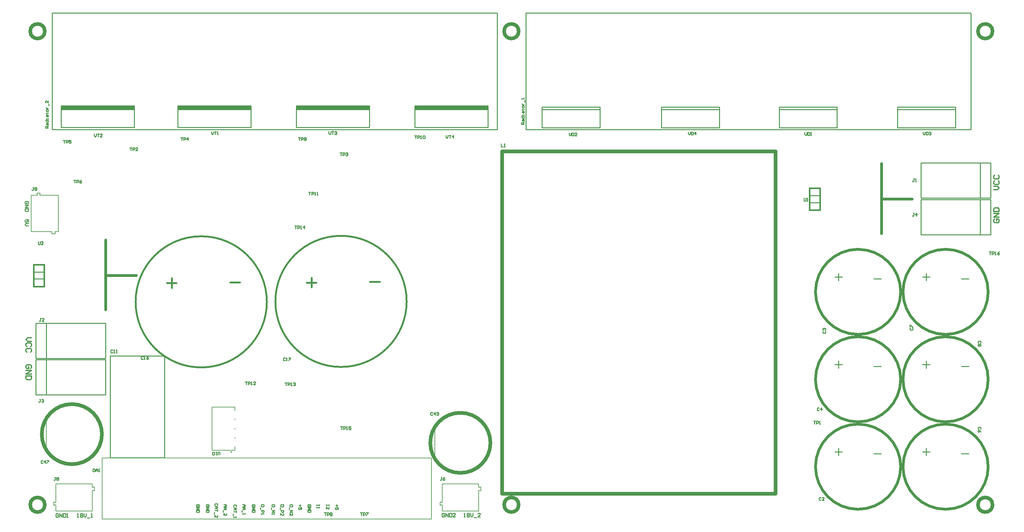
<source format=gbr>
%TF.GenerationSoftware,Altium Limited,Altium Designer,24.3.1 (35)*%
G04 Layer_Color=65535*
%FSLAX45Y45*%
%MOMM*%
%TF.SameCoordinates,844131A9-2E1B-4A61-BE1F-69DE975881E6*%
%TF.FilePolarity,Positive*%
%TF.FileFunction,Legend,Top*%
%TF.Part,Single*%
G01*
G75*
%TA.AperFunction,NonConductor*%
%ADD59C,0.50000*%
%ADD60C,1.00000*%
%ADD61C,0.76200*%
%ADD62C,0.25000*%
%ADD63C,0.20000*%
%ADD64C,0.25400*%
%ADD65C,0.38100*%
%ADD66C,0.30000*%
%ADD67R,20.06600X1.14300*%
D59*
X6791100Y6070600D02*
G03*
X6791100Y6070600I-1800000J0D01*
G01*
X10626500Y6083300D02*
G03*
X10626500Y6083300I-1800000J0D01*
G01*
X4050500Y6584090D02*
X4317080D01*
X4183790Y6717381D02*
Y6450800D01*
X5790400Y6603200D02*
X6056980D01*
X7885900Y6596790D02*
X8152480D01*
X8019190Y6730081D02*
Y6463500D01*
X9625800Y6615900D02*
X9892380D01*
D60*
X26700000Y13500000D02*
G03*
X26700000Y13500000I-200000J0D01*
G01*
Y500000D02*
G03*
X26700000Y500000I-200000J0D01*
G01*
X13700000Y13500000D02*
G03*
X13700000Y13500000I-200000J0D01*
G01*
Y500000D02*
G03*
X13700000Y500000I-200000J0D01*
G01*
X700000Y13500000D02*
G03*
X700000Y13500000I-200000J0D01*
G01*
Y500000D02*
G03*
X700000Y500000I-200000J0D01*
G01*
X12925000Y2200000D02*
G03*
X12925000Y2200000I-825000J0D01*
G01*
X2266800Y2438400D02*
G03*
X2266800Y2438400I-825000J0D01*
G01*
X13249998Y800000D02*
X20750000D01*
X13249998Y10200002D02*
X20750000D01*
X13249998Y800000D02*
Y10200002D01*
X20750000Y800000D02*
Y10200002D01*
D61*
X24179900Y6345200D02*
G03*
X24179900Y6345200I-1168400J0D01*
G01*
X26579901Y1545200D02*
G03*
X26579901Y1545200I-1168400J0D01*
G01*
X24179900D02*
G03*
X24179900Y1545200I-1168400J0D01*
G01*
Y3945200D02*
G03*
X24179900Y3945200I-1168400J0D01*
G01*
X26579901Y6345200D02*
G03*
X26579901Y6345200I-1168400J0D01*
G01*
Y3945200D02*
G03*
X26579901Y3945200I-1168400J0D01*
G01*
X2362200Y6799580D02*
Y7772400D01*
Y5854700D02*
Y6819900D01*
Y6799580D02*
X3205480D01*
X23647400Y8895080D02*
X24490680D01*
X23647400Y7950200D02*
Y8915400D01*
Y8895080D02*
Y9867900D01*
D62*
X5823200Y1950800D02*
G03*
X5823200Y1950800I-12500J0D01*
G01*
D63*
X2270000Y110000D02*
X11310000D01*
Y1780000D01*
X2270000D02*
X11310000D01*
X2270000Y110000D02*
Y1780000D01*
X11402500Y1787500D02*
Y2612500D01*
X744300Y2025900D02*
Y2850900D01*
X5288200Y1998300D02*
X5913200D01*
Y3086800D02*
Y3183300D01*
Y2832800D02*
Y2856800D01*
Y2578800D02*
Y2602800D01*
Y2324800D02*
Y2348800D01*
Y1998300D02*
Y2094800D01*
X5288200Y3183300D02*
X5913200D01*
X5288200Y1998300D02*
Y3183300D01*
X324991Y7999981D02*
X894991D01*
X979991D02*
X1074991D01*
X889991Y7939981D02*
X894991Y7999981D01*
X979991D02*
X984991Y7939981D01*
X889991D02*
X984991D01*
X564993Y8999987D02*
X1074991D01*
Y7999981D02*
Y8999987D01*
X324993D02*
X494993D01*
X487493Y9059987D02*
X494993Y8999987D01*
X564993D02*
X572493Y9059987D01*
X487493D02*
X572493D01*
X324991Y7999981D02*
X324993Y8999987D01*
X11600013Y324993D02*
X12600019Y324991D01*
X11540013Y487493D02*
Y572493D01*
X11600013Y564993D01*
X11540013Y487493D02*
X11600013Y494993D01*
Y324993D02*
Y494993D01*
Y1074991D02*
X12600019D01*
X11600013Y564993D02*
Y1074991D01*
X12660019Y889991D02*
Y984991D01*
X12600019Y979991D02*
X12660019Y984991D01*
X12600019Y894991D02*
X12660019Y889991D01*
X12600019Y979991D02*
Y1074991D01*
Y324991D02*
Y894991D01*
X1000013Y324993D02*
X2000019Y324991D01*
X940013Y487493D02*
Y572493D01*
X1000013Y564993D01*
X940013Y487493D02*
X1000013Y494993D01*
Y324993D02*
Y494993D01*
Y1074991D02*
X2000019D01*
X1000013Y564993D02*
Y1074991D01*
X2060019Y889991D02*
Y984991D01*
X2000019Y979991D02*
X2060019Y984991D01*
X2000019Y894991D02*
X2060019Y889991D01*
X2000019Y979991D02*
Y1074991D01*
Y324991D02*
Y894991D01*
D64*
X3981450Y1790700D02*
Y4584700D01*
X2495550Y1790700D02*
Y4584700D01*
X3981450D01*
X2495550Y1790700D02*
X3981450D01*
X2362200Y6819900D02*
X3225800D01*
X403860Y6700520D02*
X670560D01*
X401320Y6891020D02*
X670560D01*
X21686520Y8986520D02*
X21955760D01*
X21689059Y8796020D02*
X21955760D01*
X23647400Y8915400D02*
X24511000D01*
X17616550Y11347650D02*
X19202780D01*
X17616550Y11417500D02*
X19202780D01*
Y11347650D02*
Y11417500D01*
X17616550Y11347650D02*
Y11417500D01*
Y10852350D02*
X19204050D01*
X17616550Y11347650D02*
X19204050D01*
Y10852350D02*
Y11347650D01*
X17616550Y10852350D02*
Y11347650D01*
X14341550D02*
X15927780D01*
X14341550Y11417500D02*
X15927780D01*
Y11347650D02*
Y11417500D01*
X14341550Y11347650D02*
Y11417500D01*
Y10852350D02*
X15929050D01*
X14341550Y11347650D02*
X15929050D01*
Y10852350D02*
Y11347650D01*
X14341550Y10852350D02*
Y11347650D01*
X24095950D02*
X25682181D01*
X24095950Y11417500D02*
X25682181D01*
Y11347650D02*
Y11417500D01*
X24095950Y11347650D02*
Y11417500D01*
Y10852350D02*
X25683450D01*
X24095950Y11347650D02*
X25683450D01*
Y10852350D02*
Y11347650D01*
X24095950Y10852350D02*
Y11347650D01*
X20845950D02*
X22432179D01*
X20845950Y11417500D02*
X22432179D01*
Y11347650D02*
Y11417500D01*
X20845950Y11347650D02*
Y11417500D01*
Y10852350D02*
X22433450D01*
X20845950Y11347650D02*
X22433450D01*
Y10852350D02*
Y11347650D01*
X20845950Y10852350D02*
Y11347650D01*
X1146700Y10857100D02*
X3153300D01*
X1146700Y11454000D02*
X3153300D01*
Y10857100D02*
Y11454000D01*
X1146700Y10857100D02*
Y11454000D01*
X26650900Y8917400D02*
Y9882600D01*
X24733200Y8917400D02*
Y9882600D01*
X26650900D01*
X24733200Y8917400D02*
X26650900D01*
X26358801D02*
Y9882600D01*
X24733200Y8917400D02*
Y9882600D01*
X26358801D01*
X24733200Y8917400D02*
X26358801D01*
X26650900Y7917400D02*
Y8882600D01*
X24733200Y7917400D02*
Y8882600D01*
X26650900D01*
X24733200Y7917400D02*
X26650900D01*
X26358801D02*
Y8882600D01*
X24733200Y7917400D02*
Y8882600D01*
X26358801D01*
X24733200Y7917400D02*
X26358801D01*
X4346700Y10857100D02*
X6353300D01*
X4346700Y11454000D02*
X6353300D01*
Y10857100D02*
Y11454000D01*
X4346700Y10857100D02*
Y11454000D01*
X7596700Y10857100D02*
X9603300D01*
X7596700Y11454000D02*
X9603300D01*
Y10857100D02*
Y11454000D01*
X7596700Y10857100D02*
Y11454000D01*
X10846700Y10857100D02*
X12853300D01*
X10846700Y11454000D02*
X12853300D01*
Y10857100D02*
Y11454000D01*
X10846700Y10857100D02*
Y11454000D01*
X13900000Y14000000D02*
X26100000D01*
X13900000Y10800000D02*
Y14000000D01*
Y10800000D02*
X26110001D01*
Y13989999D01*
X900000Y14000000D02*
X13100000D01*
X900000Y10800000D02*
Y14000000D01*
Y10800000D02*
X13110001D01*
Y13989999D01*
X449100Y4517400D02*
Y5482600D01*
X2366800Y4517400D02*
Y5482600D01*
X449100Y4517400D02*
X2366800D01*
X449100Y5482600D02*
X2366800D01*
X741200Y4517400D02*
Y5482600D01*
X2366800Y4517400D02*
Y5482600D01*
X741200Y4517400D02*
X2366800D01*
X741200Y5482600D02*
X2366800D01*
X449100Y3517400D02*
Y4482600D01*
X2366800Y3517400D02*
Y4482600D01*
X449100Y3517400D02*
X2366800D01*
X449100Y4482600D02*
X2366800D01*
X741200Y3517400D02*
Y4482600D01*
X2366800Y3517400D02*
Y4482600D01*
X741200Y3517400D02*
X2366800D01*
X741200Y4482600D02*
X2366800D01*
X8498878Y503052D02*
Y476394D01*
Y489723D01*
X8418904D01*
Y503052D01*
Y476394D01*
Y383091D02*
Y436407D01*
X8472220Y383091D01*
X8485549D01*
X8498878Y396420D01*
Y423078D01*
X8485549Y436407D01*
X8706276Y503052D02*
Y449736D01*
X8732934Y476394D02*
X8679618D01*
X8746263Y369762D02*
Y423078D01*
X8706276D01*
X8719605Y396420D01*
Y383090D01*
X8706276Y369762D01*
X8679618D01*
X8666289Y383090D01*
Y409748D01*
X8679618Y423078D01*
X7701283Y503051D02*
Y449735D01*
X7727941Y476393D02*
X7674625D01*
X7741270Y369761D02*
Y423077D01*
X7701283D01*
X7714612Y396419D01*
Y383090D01*
X7701283Y369761D01*
X7674625D01*
X7661296Y383090D01*
Y409748D01*
X7674625Y423077D01*
X7980549Y449735D02*
X7993878Y463064D01*
Y489722D01*
X7980549Y503052D01*
X7927233D01*
X7913904Y489722D01*
Y463064D01*
X7927233Y449735D01*
X7953891D01*
Y476394D01*
X7913904Y423077D02*
X7993878D01*
X7913904Y369761D01*
X7993878D01*
Y343103D02*
X7913904D01*
Y303116D01*
X7927233Y289787D01*
X7980549D01*
X7993878Y303116D01*
Y343103D01*
X5191642Y449735D02*
X5204971Y463064D01*
Y489722D01*
X5191642Y503051D01*
X5138326D01*
X5124997Y489722D01*
Y463064D01*
X5138326Y449735D01*
X5164984D01*
Y476393D01*
X5124997Y423077D02*
X5204971D01*
X5124997Y369760D01*
X5204971D01*
Y343102D02*
X5124997D01*
Y303115D01*
X5138326Y289786D01*
X5191642D01*
X5204971Y303115D01*
Y343102D01*
X4924142Y449735D02*
X4937471Y463064D01*
Y489722D01*
X4924142Y503051D01*
X4870826D01*
X4857497Y489722D01*
Y463064D01*
X4870826Y449735D01*
X4897484D01*
Y476393D01*
X4857497Y423077D02*
X4937471D01*
X4857497Y369760D01*
X4937471D01*
Y343102D02*
X4857497D01*
Y303115D01*
X4870826Y289786D01*
X4924142D01*
X4937471Y303115D01*
Y343102D01*
X6450550Y449735D02*
X6463879Y463064D01*
Y489722D01*
X6450550Y503051D01*
X6397234D01*
X6383905Y489722D01*
Y463064D01*
X6397234Y449735D01*
X6423892D01*
Y476393D01*
X6383905Y423077D02*
X6463879D01*
X6383905Y369761D01*
X6463879D01*
Y343103D02*
X6383905D01*
Y303115D01*
X6397234Y289787D01*
X6450550D01*
X6463879Y303115D01*
Y343103D01*
X8236377Y503052D02*
Y476394D01*
Y489723D01*
X8156403D01*
Y503052D01*
Y476394D01*
Y436407D02*
Y409749D01*
Y423078D01*
X8236377D01*
X8223049Y436407D01*
X7497208Y463064D02*
Y489722D01*
X7483879Y503051D01*
X7430563D01*
X7417234Y489722D01*
Y463064D01*
X7430563Y449735D01*
X7483879D01*
X7497208Y463064D01*
X7403905Y423077D02*
Y369761D01*
X7417234Y343103D02*
X7497208D01*
X7417234Y289787D01*
X7497208D01*
X7417234Y209812D02*
Y263129D01*
X7470550Y209812D01*
X7483879D01*
X7497208Y223141D01*
Y249799D01*
X7483879Y263129D01*
X7249509Y463064D02*
Y489722D01*
X7236180Y503051D01*
X7182864D01*
X7169535Y489722D01*
Y463064D01*
X7182864Y449735D01*
X7236180D01*
X7249509Y463064D01*
X7156206Y423077D02*
Y369761D01*
X7169535Y343103D02*
X7249509D01*
Y303115D01*
X7236180Y289787D01*
X7209522D01*
X7196193Y303115D01*
Y343103D01*
X7169535Y209812D02*
Y263129D01*
X7222851Y209812D01*
X7236180D01*
X7249509Y223141D01*
Y249799D01*
X7236180Y263129D01*
X6712208Y463064D02*
Y489722D01*
X6698879Y503051D01*
X6645563D01*
X6632234Y489722D01*
Y463064D01*
X6645563Y449735D01*
X6698879D01*
X6712208Y463064D01*
X6618905Y423077D02*
Y369760D01*
X6632234Y343102D02*
X6712208D01*
Y303115D01*
X6698879Y289786D01*
X6672221D01*
X6658892Y303115D01*
Y343102D01*
X6632234Y263128D02*
Y236470D01*
Y249799D01*
X6712208D01*
X6698879Y263128D01*
X7006249Y463063D02*
Y489721D01*
X6992920Y503051D01*
X6939604D01*
X6926275Y489721D01*
Y463063D01*
X6939604Y449734D01*
X6992920D01*
X7006249Y463063D01*
X6912946Y423076D02*
Y369760D01*
X6926275Y343102D02*
X7006249D01*
X6926275Y289786D01*
X7006249D01*
X6926275Y263128D02*
Y236470D01*
Y249799D01*
X7006249D01*
X6992920Y263128D01*
X5942738Y442392D02*
X5956067Y455721D01*
Y482379D01*
X5942738Y495708D01*
X5889422D01*
X5876093Y482379D01*
Y455721D01*
X5889422Y442392D01*
X5876093Y415734D02*
X5929409D01*
X5956067Y389076D01*
X5929409Y362418D01*
X5876093D01*
X5916080D01*
Y415734D01*
X5956067Y335760D02*
Y282443D01*
Y309101D01*
X5876093D01*
X5862764Y255785D02*
Y202469D01*
X5876093Y175811D02*
Y149153D01*
Y162482D01*
X5956067D01*
X5942738Y175811D01*
X6123775Y503051D02*
X6177091D01*
X6203749Y476392D01*
X6177091Y449734D01*
X6123775D01*
X6163762D01*
Y503051D01*
X6123775Y423076D02*
X6203749D01*
X6123775Y369760D01*
X6203749D01*
X6110445Y343102D02*
Y289786D01*
X6123775Y263128D02*
Y236470D01*
Y249799D01*
X6203749D01*
X6190420Y263128D01*
X5608792Y503068D02*
X5662108D01*
X5688766Y476410D01*
X5662108Y449752D01*
X5608792D01*
X5648779D01*
Y503068D01*
X5608792Y423094D02*
X5688766D01*
X5608792Y369778D01*
X5688766D01*
X5595463Y343120D02*
Y289804D01*
X5608792Y209830D02*
Y263146D01*
X5662108Y209830D01*
X5675437D01*
X5688766Y223159D01*
Y249817D01*
X5675437Y263146D01*
X5427721Y477374D02*
X5441050Y490703D01*
Y517361D01*
X5427721Y530690D01*
X5374405D01*
X5361076Y517361D01*
Y490703D01*
X5374405Y477374D01*
X5361076Y450716D02*
X5414392D01*
X5441050Y424058D01*
X5414392Y397400D01*
X5361076D01*
X5401063D01*
Y450716D01*
X5441050Y370741D02*
Y317425D01*
Y344083D01*
X5361076D01*
X5347746Y290767D02*
Y237451D01*
X5361076Y157477D02*
Y210793D01*
X5414392Y157477D01*
X5427721D01*
X5441050Y170806D01*
Y197464D01*
X5427721Y210793D01*
X235706Y8759855D02*
X252368Y8776516D01*
Y8809839D01*
X235706Y8826500D01*
X169061D01*
X152400Y8809839D01*
Y8776516D01*
X169061Y8759855D01*
X202384D01*
Y8793177D01*
X152400Y8726532D02*
X252368D01*
X152400Y8659887D01*
X252368D01*
Y8626564D02*
X152400D01*
Y8576581D01*
X169061Y8559919D01*
X235706D01*
X252368Y8576581D01*
Y8626564D01*
Y8260016D02*
Y8326661D01*
X202384D01*
X219045Y8293339D01*
Y8276677D01*
X202384Y8260016D01*
X169061D01*
X152400Y8276677D01*
Y8310000D01*
X169061Y8326661D01*
X252368Y8226693D02*
X185723D01*
X152400Y8193371D01*
X185723Y8160048D01*
X252368D01*
X11661745Y252368D02*
X11645084Y269029D01*
X11611761D01*
X11595100Y252368D01*
Y185723D01*
X11611761Y169061D01*
X11645084D01*
X11661745Y185723D01*
Y219045D01*
X11628423D01*
X11695068Y169061D02*
Y269029D01*
X11761713Y169061D01*
Y269029D01*
X11795036D02*
Y169061D01*
X11845019D01*
X11861681Y185723D01*
Y252368D01*
X11845019Y269029D01*
X11795036D01*
X11961648Y169061D02*
X11895003D01*
X11961648Y235706D01*
Y252368D01*
X11944987Y269029D01*
X11911665D01*
X11895003Y252368D01*
X12194907Y169061D02*
X12228229D01*
X12211568D01*
Y269029D01*
X12194907Y252368D01*
X12278213D02*
X12294875Y269029D01*
X12328197D01*
X12344858Y252368D01*
Y235706D01*
X12328197Y219045D01*
X12344858Y202384D01*
Y185723D01*
X12328197Y169061D01*
X12294875D01*
X12278213Y185723D01*
Y202384D01*
X12294875Y219045D01*
X12278213Y235706D01*
Y252368D01*
X12294875Y219045D02*
X12328197D01*
X12378181Y269029D02*
Y202384D01*
X12411503Y169061D01*
X12444826Y202384D01*
Y269029D01*
X12478149Y152400D02*
X12544794D01*
X12644762Y169061D02*
X12578117D01*
X12644762Y235706D01*
Y252368D01*
X12628100Y269029D01*
X12594778D01*
X12578117Y252368D01*
X1069945Y239668D02*
X1053284Y256329D01*
X1019961D01*
X1003300Y239668D01*
Y173023D01*
X1019961Y156361D01*
X1053284D01*
X1069945Y173023D01*
Y206345D01*
X1036623D01*
X1103268Y156361D02*
Y256329D01*
X1169913Y156361D01*
Y256329D01*
X1203236D02*
Y156361D01*
X1253219D01*
X1269881Y173023D01*
Y239668D01*
X1253219Y256329D01*
X1203236D01*
X1303203Y156361D02*
X1336526D01*
X1319865D01*
Y256329D01*
X1303203Y239668D01*
X1586445Y156361D02*
X1619768D01*
X1603107D01*
Y256329D01*
X1586445Y239668D01*
X1669752D02*
X1686413Y256329D01*
X1719736D01*
X1736397Y239668D01*
Y223006D01*
X1719736Y206345D01*
X1736397Y189684D01*
Y173023D01*
X1719736Y156361D01*
X1686413D01*
X1669752Y173023D01*
Y189684D01*
X1686413Y206345D01*
X1669752Y223006D01*
Y239668D01*
X1686413Y206345D02*
X1719736D01*
X1769720Y256329D02*
Y189684D01*
X1803042Y156361D01*
X1836365Y189684D01*
Y256329D01*
X1869687Y139700D02*
X1936332D01*
X1969655Y156361D02*
X2002978D01*
X1986317D01*
Y256329D01*
X1969655Y239668D01*
X23443300Y6700800D02*
X23646434D01*
X22376500Y6751567D02*
X22579634D01*
X22478067Y6853134D02*
Y6650000D01*
X24776500Y1951567D02*
X24979634D01*
X24878067Y2053135D02*
Y1850000D01*
X25843301Y1900800D02*
X26046432D01*
X22376500Y1951567D02*
X22579634D01*
X22478067Y2053135D02*
Y1850000D01*
X23443300Y1900800D02*
X23646434D01*
X22376500Y4351567D02*
X22579634D01*
X22478067Y4453134D02*
Y4250000D01*
X23443300Y4300800D02*
X23646434D01*
X24776500Y6751567D02*
X24979634D01*
X24878067Y6853134D02*
Y6650000D01*
X25843301Y6700800D02*
X26046432D01*
X24776500Y4351567D02*
X24979634D01*
X24878067Y4453134D02*
Y4250000D01*
X25843301Y4300800D02*
X26046432D01*
X3395048Y4560558D02*
X3381719Y4573887D01*
X3355061D01*
X3341732Y4560558D01*
Y4507242D01*
X3355061Y4493913D01*
X3381719D01*
X3395048Y4507242D01*
X3421706Y4493913D02*
X3448364D01*
X3435036D01*
Y4573887D01*
X3421706Y4560558D01*
X3541668Y4573887D02*
X3515010Y4560558D01*
X3488352Y4533900D01*
Y4507242D01*
X3501681Y4493913D01*
X3528339D01*
X3541668Y4507242D01*
Y4520571D01*
X3528339Y4533900D01*
X3488352D01*
X7293948Y4522458D02*
X7280619Y4535787D01*
X7253961D01*
X7240632Y4522458D01*
Y4469142D01*
X7253961Y4455813D01*
X7280619D01*
X7293948Y4469142D01*
X7320606Y4455813D02*
X7347264D01*
X7333936D01*
Y4535787D01*
X7320606Y4522458D01*
X7387252Y4535787D02*
X7440568D01*
Y4522458D01*
X7387252Y4469142D01*
Y4455813D01*
X795323Y10840887D02*
X715348D01*
Y10880874D01*
X728677Y10894203D01*
X755335D01*
X768664Y10880874D01*
Y10840887D01*
Y10867545D02*
X795323Y10894203D01*
X742006Y10934190D02*
Y10960849D01*
X755335Y10974177D01*
X795323D01*
Y10934190D01*
X781993Y10920861D01*
X768664Y10934190D01*
Y10974177D01*
X715348Y11054152D02*
X795323D01*
Y11014165D01*
X781993Y11000836D01*
X755335D01*
X742006Y11014165D01*
Y11054152D01*
X795323Y11080810D02*
Y11107468D01*
Y11094139D01*
X742006D01*
Y11080810D01*
Y11160784D02*
Y11187442D01*
X755335Y11200771D01*
X795323D01*
Y11160784D01*
X781993Y11147455D01*
X768664Y11160784D01*
Y11200771D01*
X728677Y11240758D02*
X742006D01*
Y11227429D01*
Y11254087D01*
Y11240758D01*
X781993D01*
X795323Y11254087D01*
Y11307404D02*
Y11334062D01*
X781993Y11347391D01*
X755335D01*
X742006Y11334062D01*
Y11307404D01*
X755335Y11294074D01*
X781993D01*
X795323Y11307404D01*
X742006Y11374049D02*
X795323D01*
X768664D01*
X755335Y11387378D01*
X742006Y11400707D01*
Y11414036D01*
X808652Y11454023D02*
Y11507339D01*
X795323Y11587313D02*
Y11533997D01*
X742006Y11587313D01*
X728677D01*
X715348Y11573984D01*
Y11547326D01*
X728677Y11533997D01*
X13850922Y10943116D02*
X13770947D01*
Y10983103D01*
X13784277Y10996432D01*
X13810934D01*
X13824265Y10983103D01*
Y10943116D01*
Y10969774D02*
X13850922Y10996432D01*
X13797606Y11036419D02*
Y11063077D01*
X13810934Y11076406D01*
X13850922D01*
Y11036419D01*
X13837593Y11023090D01*
X13824265Y11036419D01*
Y11076406D01*
X13770947Y11156381D02*
X13850922D01*
Y11116394D01*
X13837593Y11103064D01*
X13810934D01*
X13797606Y11116394D01*
Y11156381D01*
X13850922Y11183039D02*
Y11209697D01*
Y11196368D01*
X13797606D01*
Y11183039D01*
Y11263013D02*
Y11289671D01*
X13810934Y11303000D01*
X13850922D01*
Y11263013D01*
X13837593Y11249684D01*
X13824265Y11263013D01*
Y11303000D01*
X13784277Y11342987D02*
X13797606D01*
Y11329658D01*
Y11356316D01*
Y11342987D01*
X13837593D01*
X13850922Y11356316D01*
Y11409633D02*
Y11436291D01*
X13837593Y11449619D01*
X13810934D01*
X13797606Y11436291D01*
Y11409633D01*
X13810934Y11396303D01*
X13837593D01*
X13850922Y11409633D01*
X13797606Y11476278D02*
X13850922D01*
X13824265D01*
X13810934Y11489607D01*
X13797606Y11502936D01*
Y11516265D01*
X13864252Y11556252D02*
Y11609568D01*
X13850922Y11636226D02*
Y11662884D01*
Y11649555D01*
X13770947D01*
X13784277Y11636226D01*
X2014897Y1487787D02*
Y1407813D01*
X2054884D01*
X2068213Y1421142D01*
Y1474458D01*
X2054884Y1487787D01*
X2014897D01*
X2094871Y1407813D02*
Y1461129D01*
X2121529Y1487787D01*
X2148187Y1461129D01*
Y1407813D01*
Y1447800D01*
X2094871D01*
X2174845Y1407813D02*
X2201503D01*
X2188174D01*
Y1487787D01*
X2174845Y1474458D01*
X11705268Y10643087D02*
Y10589771D01*
X11731926Y10563113D01*
X11758584Y10589771D01*
Y10643087D01*
X11785242D02*
X11838558D01*
X11811900D01*
Y10563113D01*
X11905203D02*
Y10643087D01*
X11865216Y10603100D01*
X11918532D01*
X8491268Y10746087D02*
Y10692771D01*
X8517926Y10666113D01*
X8544584Y10692771D01*
Y10746087D01*
X8571242D02*
X8624558D01*
X8597900D01*
Y10666113D01*
X8651216Y10732758D02*
X8664545Y10746087D01*
X8691203D01*
X8704532Y10732758D01*
Y10719429D01*
X8691203Y10706100D01*
X8677874D01*
X8691203D01*
X8704532Y10692771D01*
Y10679442D01*
X8691203Y10666113D01*
X8664545D01*
X8651216Y10679442D01*
X2056068Y10681187D02*
Y10627871D01*
X2082726Y10601213D01*
X2109384Y10627871D01*
Y10681187D01*
X2136042D02*
X2189358D01*
X2162700D01*
Y10601213D01*
X2269332D02*
X2216016D01*
X2269332Y10654529D01*
Y10667858D01*
X2256003Y10681187D01*
X2229345D01*
X2216016Y10667858D01*
X5269397Y10744687D02*
Y10691371D01*
X5296055Y10664713D01*
X5322713Y10691371D01*
Y10744687D01*
X5349371D02*
X5402687D01*
X5376029D01*
Y10664713D01*
X5429345D02*
X5456003D01*
X5442674D01*
Y10744687D01*
X5429345Y10731358D01*
X18354468Y10733587D02*
Y10680271D01*
X18381126Y10653613D01*
X18407784Y10680271D01*
Y10733587D01*
X18434442D02*
Y10653613D01*
X18474429D01*
X18487758Y10666942D01*
Y10720258D01*
X18474429Y10733587D01*
X18434442D01*
X18554404Y10653613D02*
Y10733587D01*
X18514417Y10693600D01*
X18567732D01*
X24795769Y10733587D02*
Y10680271D01*
X24822426Y10653613D01*
X24849084Y10680271D01*
Y10733587D01*
X24875742D02*
Y10653613D01*
X24915729D01*
X24929057Y10666942D01*
Y10720258D01*
X24915729Y10733587D01*
X24875742D01*
X24955716Y10720258D02*
X24969044Y10733587D01*
X24995703D01*
X25009032Y10720258D01*
Y10706929D01*
X24995703Y10693600D01*
X24982375D01*
X24995703D01*
X25009032Y10680271D01*
Y10666942D01*
X24995703Y10653613D01*
X24969044D01*
X24955716Y10666942D01*
X15079468Y10708187D02*
Y10654871D01*
X15106126Y10628213D01*
X15132784Y10654871D01*
Y10708187D01*
X15159442D02*
Y10628213D01*
X15199429D01*
X15212758Y10641542D01*
Y10694858D01*
X15199429Y10708187D01*
X15159442D01*
X15292732Y10628213D02*
X15239417D01*
X15292732Y10681529D01*
Y10694858D01*
X15279404Y10708187D01*
X15252745D01*
X15239417Y10694858D01*
X21546397Y10720887D02*
Y10667571D01*
X21573055Y10640913D01*
X21599713Y10667571D01*
Y10720887D01*
X21626370D02*
Y10640913D01*
X21666357D01*
X21679688Y10654242D01*
Y10707558D01*
X21666357Y10720887D01*
X21626370D01*
X21706345Y10640913D02*
X21733003D01*
X21719675D01*
Y10720887D01*
X21706345Y10707558D01*
X5497468Y1865013D02*
Y1931658D01*
X5484139Y1944987D01*
X5457481D01*
X5444152Y1931658D01*
Y1865013D01*
X5417494Y1944987D02*
X5390836D01*
X5404164D01*
Y1865013D01*
X5417494Y1878342D01*
X5350848D02*
X5337519Y1865013D01*
X5310861D01*
X5297532Y1878342D01*
Y1931658D01*
X5310861Y1944987D01*
X5337519D01*
X5350848Y1931658D01*
Y1878342D01*
X517555Y7723487D02*
Y7656842D01*
X530884Y7643513D01*
X557542D01*
X570871Y7656842D01*
Y7723487D01*
X650845Y7643513D02*
X597529D01*
X650845Y7696829D01*
Y7710158D01*
X637516Y7723487D01*
X610858D01*
X597529Y7710158D01*
X21523984Y8917287D02*
Y8850642D01*
X21537312Y8837313D01*
X21563971D01*
X21577299Y8850642D01*
Y8917287D01*
X21603958Y8837313D02*
X21630617D01*
X21617287D01*
Y8917287D01*
X21603958Y8903958D01*
X26606244Y7444087D02*
X26659561D01*
X26632904D01*
Y7364113D01*
X26686218D02*
Y7444087D01*
X26726208D01*
X26739536Y7430758D01*
Y7404100D01*
X26726208Y7390771D01*
X26686218D01*
X26766193Y7364113D02*
X26792853D01*
X26779523D01*
Y7444087D01*
X26766193Y7430758D01*
X26886154Y7444087D02*
X26859497Y7430758D01*
X26832840Y7404100D01*
Y7377442D01*
X26846167Y7364113D01*
X26872827D01*
X26886154Y7377442D01*
Y7390771D01*
X26872827Y7404100D01*
X26832840D01*
X8813545Y2643487D02*
X8866861D01*
X8840203D01*
Y2563513D01*
X8893519D02*
Y2643487D01*
X8933507D01*
X8946836Y2630158D01*
Y2603500D01*
X8933507Y2590171D01*
X8893519D01*
X8973494Y2563513D02*
X9000152D01*
X8986823D01*
Y2643487D01*
X8973494Y2630158D01*
X9093455Y2643487D02*
X9040139D01*
Y2603500D01*
X9066797Y2616829D01*
X9080126D01*
X9093455Y2603500D01*
Y2576842D01*
X9080126Y2563513D01*
X9053468D01*
X9040139Y2576842D01*
X7556245Y8155287D02*
X7609561D01*
X7582903D01*
Y8075313D01*
X7636219D02*
Y8155287D01*
X7676207D01*
X7689536Y8141958D01*
Y8115300D01*
X7676207Y8101971D01*
X7636219D01*
X7716194Y8075313D02*
X7742852D01*
X7729523D01*
Y8155287D01*
X7716194Y8141958D01*
X7822826Y8075313D02*
Y8155287D01*
X7782839Y8115300D01*
X7836155D01*
X7289545Y3849987D02*
X7342861D01*
X7316203D01*
Y3770013D01*
X7369519D02*
Y3849987D01*
X7409507D01*
X7422836Y3836658D01*
Y3810000D01*
X7409507Y3796671D01*
X7369519D01*
X7449494Y3770013D02*
X7476152D01*
X7462823D01*
Y3849987D01*
X7449494Y3836658D01*
X7516139D02*
X7529468Y3849987D01*
X7556126D01*
X7569455Y3836658D01*
Y3823329D01*
X7556126Y3810000D01*
X7542797D01*
X7556126D01*
X7569455Y3796671D01*
Y3783342D01*
X7556126Y3770013D01*
X7529468D01*
X7516139Y3783342D01*
X6197345Y3875387D02*
X6250661D01*
X6224003D01*
Y3795413D01*
X6277319D02*
Y3875387D01*
X6317307D01*
X6330636Y3862058D01*
Y3835400D01*
X6317307Y3822071D01*
X6277319D01*
X6357294Y3795413D02*
X6383952D01*
X6370623D01*
Y3875387D01*
X6357294Y3862058D01*
X6477255Y3795413D02*
X6423939D01*
X6477255Y3848729D01*
Y3862058D01*
X6463926Y3875387D01*
X6437268D01*
X6423939Y3862058D01*
X7937874Y9082387D02*
X7991190D01*
X7964532D01*
Y9002413D01*
X8017848D02*
Y9082387D01*
X8057836D01*
X8071164Y9069058D01*
Y9042400D01*
X8057836Y9029071D01*
X8017848D01*
X8097823Y9002413D02*
X8124481D01*
X8111152D01*
Y9082387D01*
X8097823Y9069058D01*
X8164468Y9002413D02*
X8191126D01*
X8177797D01*
Y9082387D01*
X8164468Y9069058D01*
X10845545Y10631787D02*
X10898861D01*
X10872203D01*
Y10551813D01*
X10925519D02*
Y10631787D01*
X10965507D01*
X10978836Y10618458D01*
Y10591800D01*
X10965507Y10578471D01*
X10925519D01*
X11005494Y10551813D02*
X11032152D01*
X11018823D01*
Y10631787D01*
X11005494Y10618458D01*
X11072139D02*
X11085468Y10631787D01*
X11112126D01*
X11125455Y10618458D01*
Y10565142D01*
X11112126Y10551813D01*
X11085468D01*
X11072139Y10565142D01*
Y10618458D01*
X7653068Y10580987D02*
X7706384D01*
X7679726D01*
Y10501013D01*
X7733042D02*
Y10580987D01*
X7773029D01*
X7786358Y10567658D01*
Y10541000D01*
X7773029Y10527671D01*
X7733042D01*
X7813016Y10514342D02*
X7826345Y10501013D01*
X7853003D01*
X7866332Y10514342D01*
Y10567658D01*
X7853003Y10580987D01*
X7826345D01*
X7813016Y10567658D01*
Y10554329D01*
X7826345Y10541000D01*
X7866332D01*
X8364268Y281287D02*
X8417584D01*
X8390926D01*
Y201313D01*
X8444242D02*
Y281287D01*
X8484229D01*
X8497558Y267958D01*
Y241300D01*
X8484229Y227971D01*
X8444242D01*
X8524216Y267958D02*
X8537545Y281287D01*
X8564203D01*
X8577532Y267958D01*
Y254629D01*
X8564203Y241300D01*
X8577532Y227971D01*
Y214642D01*
X8564203Y201313D01*
X8537545D01*
X8524216Y214642D01*
Y227971D01*
X8537545Y241300D01*
X8524216Y254629D01*
Y267958D01*
X8537545Y241300D02*
X8564203D01*
X9354868Y281287D02*
X9408184D01*
X9381526D01*
Y201313D01*
X9434842D02*
Y281287D01*
X9474829D01*
X9488158Y267958D01*
Y241300D01*
X9474829Y227971D01*
X9434842D01*
X9514816Y281287D02*
X9568132D01*
Y267958D01*
X9514816Y214642D01*
Y201313D01*
X1493568Y9412587D02*
X1546884D01*
X1520226D01*
Y9332613D01*
X1573542D02*
Y9412587D01*
X1613529D01*
X1626858Y9399258D01*
Y9372600D01*
X1613529Y9359271D01*
X1573542D01*
X1706832Y9412587D02*
X1680174Y9399258D01*
X1653516Y9372600D01*
Y9345942D01*
X1666845Y9332613D01*
X1693503D01*
X1706832Y9345942D01*
Y9359271D01*
X1693503Y9372600D01*
X1653516D01*
X1201468Y10504787D02*
X1254784D01*
X1228126D01*
Y10424813D01*
X1281442D02*
Y10504787D01*
X1321429D01*
X1334758Y10491458D01*
Y10464800D01*
X1321429Y10451471D01*
X1281442D01*
X1414732Y10504787D02*
X1361416D01*
Y10464800D01*
X1388074Y10478129D01*
X1401403D01*
X1414732Y10464800D01*
Y10438142D01*
X1401403Y10424813D01*
X1374745D01*
X1361416Y10438142D01*
X4427268Y10580987D02*
X4480584D01*
X4453926D01*
Y10501013D01*
X4507242D02*
Y10580987D01*
X4547229D01*
X4560558Y10567658D01*
Y10541000D01*
X4547229Y10527671D01*
X4507242D01*
X4627203Y10501013D02*
Y10580987D01*
X4587216Y10541000D01*
X4640532D01*
X8796068Y10161887D02*
X8849384D01*
X8822726D01*
Y10081913D01*
X8876042D02*
Y10161887D01*
X8916029D01*
X8929358Y10148558D01*
Y10121900D01*
X8916029Y10108571D01*
X8876042D01*
X8956016Y10148558D02*
X8969345Y10161887D01*
X8996003D01*
X9009332Y10148558D01*
Y10135229D01*
X8996003Y10121900D01*
X8982674D01*
X8996003D01*
X9009332Y10108571D01*
Y10095242D01*
X8996003Y10081913D01*
X8969345D01*
X8956016Y10095242D01*
X3030268Y10301587D02*
X3083584D01*
X3056926D01*
Y10221613D01*
X3110242D02*
Y10301587D01*
X3150229D01*
X3163558Y10288258D01*
Y10261600D01*
X3150229Y10248271D01*
X3110242D01*
X3243532Y10221613D02*
X3190216D01*
X3243532Y10274929D01*
Y10288258D01*
X3230203Y10301587D01*
X3203545D01*
X3190216Y10288258D01*
X21788797Y2795887D02*
X21842113D01*
X21815456D01*
Y2715913D01*
X21868771D02*
Y2795887D01*
X21908759D01*
X21922087Y2782558D01*
Y2755900D01*
X21908759Y2742571D01*
X21868771D01*
X21948746Y2715913D02*
X21975403D01*
X21962074D01*
Y2795887D01*
X21948746Y2782558D01*
X13220700Y10407614D02*
Y10327640D01*
X13274016D01*
X13300674D02*
X13327332D01*
X13314003D01*
Y10407614D01*
X13300674Y10394285D01*
X394571Y9213087D02*
X367913D01*
X381242D01*
Y9146442D01*
X367913Y9133113D01*
X354584D01*
X341255Y9146442D01*
X421229D02*
X434558Y9133113D01*
X461217D01*
X474545Y9146442D01*
Y9199758D01*
X461217Y9213087D01*
X434558D01*
X421229Y9199758D01*
Y9186429D01*
X434558Y9173100D01*
X474545D01*
X995656Y1253454D02*
X968998D01*
X982327D01*
Y1186809D01*
X968998Y1173480D01*
X955669D01*
X942340Y1186809D01*
X1022314Y1240125D02*
X1035643Y1253454D01*
X1062301D01*
X1075630Y1240125D01*
Y1226796D01*
X1062301Y1213467D01*
X1075630Y1200138D01*
Y1186809D01*
X1062301Y1173480D01*
X1035643D01*
X1022314Y1186809D01*
Y1200138D01*
X1035643Y1213467D01*
X1022314Y1226796D01*
Y1240125D01*
X1035643Y1213467D02*
X1062301D01*
X11595076Y1253454D02*
X11568418D01*
X11581747D01*
Y1186809D01*
X11568418Y1173480D01*
X11555089D01*
X11541760Y1186809D01*
X11675050Y1253454D02*
X11648392Y1240125D01*
X11621734Y1213467D01*
Y1186809D01*
X11635063Y1173480D01*
X11661721D01*
X11675050Y1186809D01*
Y1200138D01*
X11661721Y1213467D01*
X11621734D01*
X24551671Y8503487D02*
X24525014D01*
X24538342D01*
Y8436842D01*
X24525014Y8423513D01*
X24511684D01*
X24498355Y8436842D01*
X24618317Y8423513D02*
Y8503487D01*
X24578329Y8463500D01*
X24631645D01*
X583571Y3392787D02*
X556913D01*
X570242D01*
Y3326142D01*
X556913Y3312813D01*
X543584D01*
X530255Y3326142D01*
X610229Y3379458D02*
X623558Y3392787D01*
X650216D01*
X663545Y3379458D01*
Y3366129D01*
X650216Y3352800D01*
X636887D01*
X650216D01*
X663545Y3339471D01*
Y3326142D01*
X650216Y3312813D01*
X623558D01*
X610229Y3326142D01*
X596271Y5615287D02*
X569613D01*
X582942D01*
Y5548642D01*
X569613Y5535313D01*
X556284D01*
X542955Y5548642D01*
X676245Y5535313D02*
X622929D01*
X676245Y5588629D01*
Y5601958D01*
X662916Y5615287D01*
X636258D01*
X622929Y5601958D01*
X24555400Y9452687D02*
X24528741D01*
X24542072D01*
Y9386042D01*
X24528741Y9372713D01*
X24515413D01*
X24502084Y9386042D01*
X24582059Y9372713D02*
X24608716D01*
X24595387D01*
Y9452687D01*
X24582059Y9439358D01*
X645884Y1703058D02*
X632555Y1716387D01*
X605897D01*
X592568Y1703058D01*
Y1649742D01*
X605897Y1636413D01*
X632555D01*
X645884Y1649742D01*
X712529Y1636413D02*
Y1716387D01*
X672542Y1676400D01*
X725858D01*
X752516Y1716387D02*
X805832D01*
Y1703058D01*
X752516Y1649742D01*
Y1636413D01*
X11338584Y3023858D02*
X11325255Y3037187D01*
X11298597D01*
X11285268Y3023858D01*
Y2970542D01*
X11298597Y2957213D01*
X11325255D01*
X11338584Y2970542D01*
X11405229Y2957213D02*
Y3037187D01*
X11365242Y2997200D01*
X11418558D01*
X11445216Y3023858D02*
X11458545Y3037187D01*
X11485203D01*
X11498532Y3023858D01*
Y3010529D01*
X11485203Y2997200D01*
X11471874D01*
X11485203D01*
X11498532Y2983871D01*
Y2970542D01*
X11485203Y2957213D01*
X11458545D01*
X11445216Y2970542D01*
X2562836Y4740245D02*
X2549507Y4753574D01*
X2522849D01*
X2509520Y4740245D01*
Y4686929D01*
X2522849Y4673600D01*
X2549507D01*
X2562836Y4686929D01*
X2589494Y4673600D02*
X2616152D01*
X2602823D01*
Y4753574D01*
X2589494Y4740245D01*
X2656139Y4673600D02*
X2682798D01*
X2669469D01*
Y4753574D01*
X2656139Y4740245D01*
X26365259Y4936429D02*
X26378586Y4949758D01*
Y4976416D01*
X26365259Y4989745D01*
X26311942D01*
X26298615Y4976416D01*
Y4949758D01*
X26311942Y4936429D01*
X26365259Y4909771D02*
X26378586Y4896442D01*
Y4869784D01*
X26365259Y4856455D01*
X26351929D01*
X26338599Y4869784D01*
X26325272Y4856455D01*
X26311942D01*
X26298615Y4869784D01*
Y4896442D01*
X26311942Y4909771D01*
X26325272D01*
X26338599Y4896442D01*
X26351929Y4909771D01*
X26365259D01*
X26338599Y4896442D02*
Y4869784D01*
X24445042Y5353971D02*
X24431712Y5340642D01*
Y5313984D01*
X24445042Y5300655D01*
X24498358D01*
X24511687Y5313984D01*
Y5340642D01*
X24498358Y5353971D01*
X24431712Y5380629D02*
Y5433945D01*
X24445042D01*
X24498358Y5380629D01*
X24511687D01*
X26365259Y2574529D02*
X26378586Y2587858D01*
Y2614516D01*
X26365259Y2627845D01*
X26311942D01*
X26298615Y2614516D01*
Y2587858D01*
X26311942Y2574529D01*
X26378586Y2494555D02*
X26365259Y2521213D01*
X26338599Y2547871D01*
X26311942D01*
X26298615Y2534542D01*
Y2507884D01*
X26311942Y2494555D01*
X26325272D01*
X26338599Y2507884D01*
Y2547871D01*
X21944971Y3150858D02*
X21931642Y3164187D01*
X21904984D01*
X21891655Y3150858D01*
Y3097542D01*
X21904984Y3084213D01*
X21931642D01*
X21944971Y3097542D01*
X22011617Y3084213D02*
Y3164187D01*
X21971629Y3124200D01*
X22024945D01*
X22053043Y5265071D02*
X22039713Y5251742D01*
Y5225084D01*
X22053043Y5211755D01*
X22106358D01*
X22119687Y5225084D01*
Y5251742D01*
X22106358Y5265071D01*
X22053043Y5291729D02*
X22039713Y5305058D01*
Y5331716D01*
X22053043Y5345045D01*
X22066371D01*
X22079700Y5331716D01*
Y5318387D01*
Y5331716D01*
X22093028Y5345045D01*
X22106358D01*
X22119687Y5331716D01*
Y5305058D01*
X22106358Y5291729D01*
X21995770Y687058D02*
X21982442Y700387D01*
X21955785D01*
X21942455Y687058D01*
Y633742D01*
X21955785Y620413D01*
X21982442D01*
X21995770Y633742D01*
X22075745Y620413D02*
X22022429D01*
X22075745Y673729D01*
Y687058D01*
X22062416Y700387D01*
X22035757D01*
X22022429Y687058D01*
D65*
X396240Y7096760D02*
X683260D01*
X396240Y6492240D02*
X683260D01*
Y7096760D01*
X396240Y6492240D02*
Y7096760D01*
X21681441Y8587740D02*
Y9192260D01*
X21968460Y8587740D02*
Y9192260D01*
X21681441Y8587740D02*
X21968460D01*
X21681441Y9192260D02*
X21968460D01*
D66*
X26756339Y8346867D02*
X26731348Y8321876D01*
Y8271892D01*
X26756339Y8246900D01*
X26856308D01*
X26881299Y8271892D01*
Y8321876D01*
X26856308Y8346867D01*
X26806323D01*
Y8296884D01*
X26881299Y8396851D02*
X26731348D01*
X26881299Y8496819D01*
X26731348D01*
Y8546803D02*
X26881299D01*
Y8621779D01*
X26856308Y8646770D01*
X26756339D01*
X26731348Y8621779D01*
Y8546803D01*
Y9146609D02*
X26831317D01*
X26881299Y9196592D01*
X26831317Y9246576D01*
X26731348D01*
X26756339Y9396528D02*
X26731348Y9371536D01*
Y9321552D01*
X26756339Y9296560D01*
X26856308D01*
X26881299Y9321552D01*
Y9371536D01*
X26856308Y9396528D01*
X26756339Y9546479D02*
X26731348Y9521487D01*
Y9471503D01*
X26756339Y9446511D01*
X26856308D01*
X26881299Y9471503D01*
Y9521487D01*
X26856308Y9546479D01*
X332352Y5088100D02*
X232384D01*
X182400Y5038116D01*
X232384Y4988132D01*
X332352D01*
X307360Y4838181D02*
X332352Y4863173D01*
Y4913157D01*
X307360Y4938148D01*
X207392D01*
X182400Y4913157D01*
Y4863173D01*
X207392Y4838181D01*
X307360Y4688229D02*
X332352Y4713221D01*
Y4763205D01*
X307360Y4788197D01*
X207392D01*
X182400Y4763205D01*
Y4713221D01*
X207392Y4688229D01*
X307360Y4238375D02*
X332352Y4263367D01*
Y4313351D01*
X307360Y4338343D01*
X207392D01*
X182400Y4313351D01*
Y4263367D01*
X207392Y4238375D01*
X257376D01*
Y4288359D01*
X182400Y4188391D02*
X332352D01*
X182400Y4088424D01*
X332352D01*
Y4038440D02*
X182400D01*
Y3963464D01*
X207392Y3938472D01*
X307360D01*
X332352Y3963464D01*
Y4038440D01*
D67*
X2150000Y11396850D02*
D03*
X5350000D02*
D03*
X8600000D02*
D03*
X11850000D02*
D03*
%TF.MD5,1b527e3db84e39a75b18d1f2d9d46fb1*%
M02*

</source>
